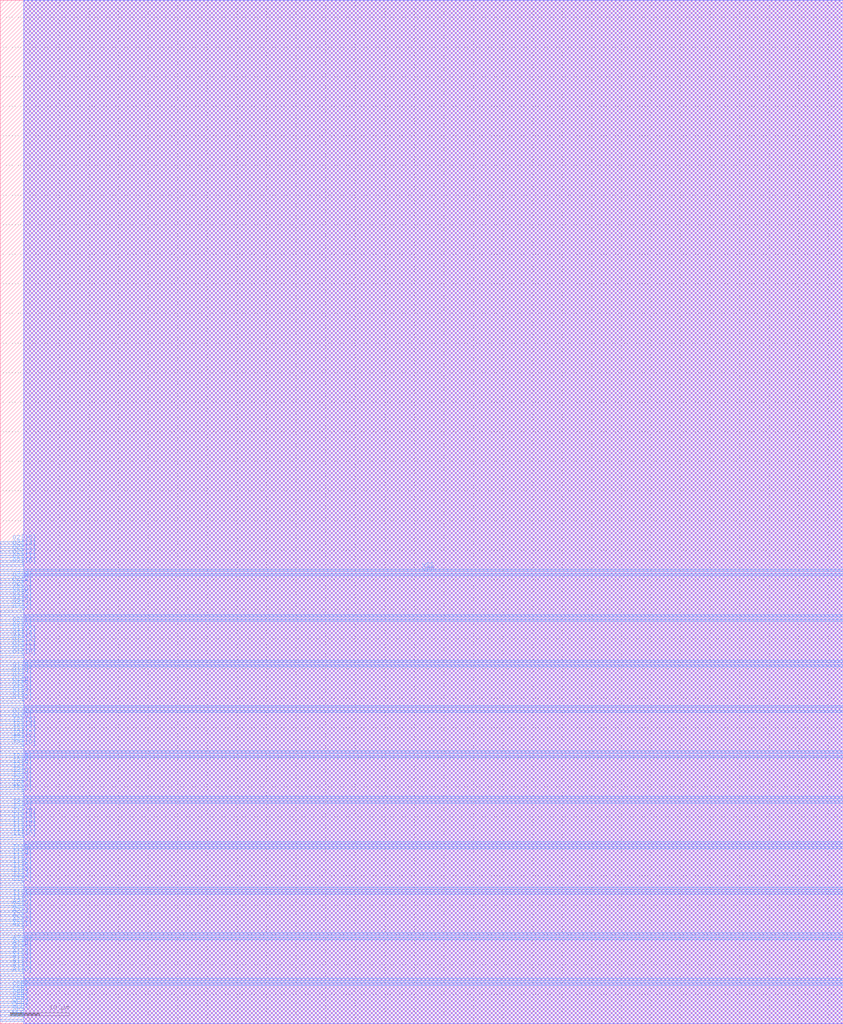
<source format=lef>
VERSION 5.6 ;
BUSBITCHARS "[]" ;
DIVIDERCHAR "/" ;

MACRO SRAM2RW128x16
  CLASS BLOCK ;
  ORIGIN 0 0 ;
  FOREIGN SRAM2RW128x16 0 0 ;
  SIZE 142.496 BY 172.928 ;
  SYMMETRY X Y ;
  SITE coreSite ;
  PIN VDD
    DIRECTION INOUT ;
    USE POWER ;
    PORT 
      LAYER M4 ;
        RECT 0.0 6.528 142.496 6.912 ;
        RECT 0.0 14.208 142.496 14.592 ;
        RECT 0.0 21.888 142.496 22.272 ;
        RECT 0.0 29.568 142.496 29.952 ;
        RECT 0.0 37.248 142.496 37.632 ;
        RECT 0.0 44.928 142.496 45.312 ;
        RECT 0.0 52.608 142.496 52.992 ;
        RECT 0.0 60.288 142.496 60.672 ;
        RECT 0.0 67.968 142.496 68.352 ;
        RECT 0.0 75.648 142.496 76.032 ;
    END 
  END VDD
  PIN VSS
    DIRECTION INOUT ;
    USE GROUND ;
    PORT 
      LAYER M4 ;
        RECT 0.0 7.296 142.496 7.68 ;
        RECT 0.0 14.976 142.496 15.36 ;
        RECT 0.0 22.656 142.496 23.04 ;
        RECT 0.0 30.336 142.496 30.72 ;
        RECT 0.0 38.016 142.496 38.4 ;
        RECT 0.0 45.696 142.496 46.08 ;
        RECT 0.0 53.376 142.496 53.76 ;
        RECT 0.0 61.056 142.496 61.44 ;
        RECT 0.0 68.736 142.496 69.12 ;
        RECT 0.0 76.416 142.496 76.8 ;
    END 
  END VSS
  PIN CE1
    DIRECTION INPUT ;
    USE SIGNAL ;
    PORT 
      LAYER M4 ;
        RECT 0.0 0.384 4.0 0.768 ;
    END 
  END CE1
  PIN CE2
    DIRECTION INPUT ;
    USE SIGNAL ;
    PORT 
      LAYER M4 ;
        RECT 0.0 1.152 4.0 1.536 ;
    END 
  END CE2
  PIN WEB1
    DIRECTION INPUT ;
    USE SIGNAL ;
    PORT 
      LAYER M4 ;
        RECT 0.0 1.92 4.0 2.304 ;
    END 
  END WEB1
  PIN WEB2
    DIRECTION INPUT ;
    USE SIGNAL ;
    PORT 
      LAYER M4 ;
        RECT 0.0 2.688 4.0 3.072 ;
    END 
  END WEB2
  PIN OEB1
    DIRECTION INPUT ;
    USE SIGNAL ;
    PORT 
      LAYER M4 ;
        RECT 0.0 3.456 4.0 3.84 ;
    END 
  END OEB1
  PIN OEB2
    DIRECTION INPUT ;
    USE SIGNAL ;
    PORT 
      LAYER M4 ;
        RECT 0.0 4.224 4.0 4.608 ;
    END 
  END OEB2
  PIN CSB1
    DIRECTION INPUT ;
    USE SIGNAL ;
    PORT 
      LAYER M4 ;
        RECT 0.0 4.992 4.0 5.376 ;
    END 
  END CSB1
  PIN CSB2
    DIRECTION INPUT ;
    USE SIGNAL ;
    PORT 
      LAYER M4 ;
        RECT 0.0 5.76 4.0 6.144 ;
    END 
  END CSB2
  PIN A1[0]
    DIRECTION INPUT ;
    USE SIGNAL ;
    PORT 
      LAYER M4 ;
        RECT 0.0 8.064 4.0 8.448 ;
    END 
  END A1[0]
  PIN A1[1]
    DIRECTION INPUT ;
    USE SIGNAL ;
    PORT 
      LAYER M4 ;
        RECT 0.0 8.832 4.0 9.216 ;
    END 
  END A1[1]
  PIN A1[2]
    DIRECTION INPUT ;
    USE SIGNAL ;
    PORT 
      LAYER M4 ;
        RECT 0.0 9.6 4.0 9.984 ;
    END 
  END A1[2]
  PIN A1[3]
    DIRECTION INPUT ;
    USE SIGNAL ;
    PORT 
      LAYER M4 ;
        RECT 0.0 10.368 4.0 10.752 ;
    END 
  END A1[3]
  PIN A1[4]
    DIRECTION INPUT ;
    USE SIGNAL ;
    PORT 
      LAYER M4 ;
        RECT 0.0 11.136 4.0 11.52 ;
    END 
  END A1[4]
  PIN A1[5]
    DIRECTION INPUT ;
    USE SIGNAL ;
    PORT 
      LAYER M4 ;
        RECT 0.0 11.904 4.0 12.288 ;
    END 
  END A1[5]
  PIN A1[6]
    DIRECTION INPUT ;
    USE SIGNAL ;
    PORT 
      LAYER M4 ;
        RECT 0.0 12.672 4.0 13.056 ;
    END 
  END A1[6]
  PIN A2[0]
    DIRECTION INPUT ;
    USE SIGNAL ;
    PORT 
      LAYER M4 ;
        RECT 0.0 13.44 4.0 13.824 ;
    END 
  END A2[0]
  PIN A2[1]
    DIRECTION INPUT ;
    USE SIGNAL ;
    PORT 
      LAYER M4 ;
        RECT 0.0 15.744 4.0 16.128 ;
    END 
  END A2[1]
  PIN A2[2]
    DIRECTION INPUT ;
    USE SIGNAL ;
    PORT 
      LAYER M4 ;
        RECT 0.0 16.512 4.0 16.896 ;
    END 
  END A2[2]
  PIN A2[3]
    DIRECTION INPUT ;
    USE SIGNAL ;
    PORT 
      LAYER M4 ;
        RECT 0.0 17.28 4.0 17.664 ;
    END 
  END A2[3]
  PIN A2[4]
    DIRECTION INPUT ;
    USE SIGNAL ;
    PORT 
      LAYER M4 ;
        RECT 0.0 18.048 4.0 18.432 ;
    END 
  END A2[4]
  PIN A2[5]
    DIRECTION INPUT ;
    USE SIGNAL ;
    PORT 
      LAYER M4 ;
        RECT 0.0 18.816 4.0 19.2 ;
    END 
  END A2[5]
  PIN A2[6]
    DIRECTION INPUT ;
    USE SIGNAL ;
    PORT 
      LAYER M4 ;
        RECT 0.0 19.584 4.0 19.968 ;
    END 
  END A2[6]
  PIN I1[0]
    DIRECTION INPUT ;
    USE SIGNAL ;
    PORT 
      LAYER M4 ;
        RECT 0.0 20.352 4.0 20.736 ;
    END 
  END I1[0]
  PIN I1[1]
    DIRECTION INPUT ;
    USE SIGNAL ;
    PORT 
      LAYER M4 ;
        RECT 0.0 21.12 4.0 21.504 ;
    END 
  END I1[1]
  PIN I1[2]
    DIRECTION INPUT ;
    USE SIGNAL ;
    PORT 
      LAYER M4 ;
        RECT 0.0 23.424 4.0 23.808 ;
    END 
  END I1[2]
  PIN I1[3]
    DIRECTION INPUT ;
    USE SIGNAL ;
    PORT 
      LAYER M4 ;
        RECT 0.0 24.192 4.0 24.576 ;
    END 
  END I1[3]
  PIN I1[4]
    DIRECTION INPUT ;
    USE SIGNAL ;
    PORT 
      LAYER M4 ;
        RECT 0.0 24.96 4.0 25.344 ;
    END 
  END I1[4]
  PIN I1[5]
    DIRECTION INPUT ;
    USE SIGNAL ;
    PORT 
      LAYER M4 ;
        RECT 0.0 25.728 4.0 26.112 ;
    END 
  END I1[5]
  PIN I1[6]
    DIRECTION INPUT ;
    USE SIGNAL ;
    PORT 
      LAYER M4 ;
        RECT 0.0 26.496 4.0 26.88 ;
    END 
  END I1[6]
  PIN I1[7]
    DIRECTION INPUT ;
    USE SIGNAL ;
    PORT 
      LAYER M4 ;
        RECT 0.0 27.264 4.0 27.648 ;
    END 
  END I1[7]
  PIN I1[8]
    DIRECTION INPUT ;
    USE SIGNAL ;
    PORT 
      LAYER M4 ;
        RECT 0.0 28.032 4.0 28.416 ;
    END 
  END I1[8]
  PIN I1[9]
    DIRECTION INPUT ;
    USE SIGNAL ;
    PORT 
      LAYER M4 ;
        RECT 0.0 28.8 4.0 29.184 ;
    END 
  END I1[9]
  PIN I1[10]
    DIRECTION INPUT ;
    USE SIGNAL ;
    PORT 
      LAYER M4 ;
        RECT 0.0 31.104 4.0 31.488 ;
    END 
  END I1[10]
  PIN I1[11]
    DIRECTION INPUT ;
    USE SIGNAL ;
    PORT 
      LAYER M4 ;
        RECT 0.0 31.872 4.0 32.256 ;
    END 
  END I1[11]
  PIN I1[12]
    DIRECTION INPUT ;
    USE SIGNAL ;
    PORT 
      LAYER M4 ;
        RECT 0.0 32.64 4.0 33.024 ;
    END 
  END I1[12]
  PIN I1[13]
    DIRECTION INPUT ;
    USE SIGNAL ;
    PORT 
      LAYER M4 ;
        RECT 0.0 33.408 4.0 33.792 ;
    END 
  END I1[13]
  PIN I1[14]
    DIRECTION INPUT ;
    USE SIGNAL ;
    PORT 
      LAYER M4 ;
        RECT 0.0 34.176 4.0 34.56 ;
    END 
  END I1[14]
  PIN I1[15]
    DIRECTION INPUT ;
    USE SIGNAL ;
    PORT 
      LAYER M4 ;
        RECT 0.0 34.944 4.0 35.328 ;
    END 
  END I1[15]
  PIN I2[0]
    DIRECTION INPUT ;
    USE SIGNAL ;
    PORT 
      LAYER M4 ;
        RECT 0.0 35.712 4.0 36.096 ;
    END 
  END I2[0]
  PIN I2[1]
    DIRECTION INPUT ;
    USE SIGNAL ;
    PORT 
      LAYER M4 ;
        RECT 0.0 36.48 4.0 36.864 ;
    END 
  END I2[1]
  PIN I2[2]
    DIRECTION INPUT ;
    USE SIGNAL ;
    PORT 
      LAYER M4 ;
        RECT 0.0 38.784 4.0 39.168 ;
    END 
  END I2[2]
  PIN I2[3]
    DIRECTION INPUT ;
    USE SIGNAL ;
    PORT 
      LAYER M4 ;
        RECT 0.0 39.552 4.0 39.936 ;
    END 
  END I2[3]
  PIN I2[4]
    DIRECTION INPUT ;
    USE SIGNAL ;
    PORT 
      LAYER M4 ;
        RECT 0.0 40.32 4.0 40.704 ;
    END 
  END I2[4]
  PIN I2[5]
    DIRECTION INPUT ;
    USE SIGNAL ;
    PORT 
      LAYER M4 ;
        RECT 0.0 41.088 4.0 41.472 ;
    END 
  END I2[5]
  PIN I2[6]
    DIRECTION INPUT ;
    USE SIGNAL ;
    PORT 
      LAYER M4 ;
        RECT 0.0 41.856 4.0 42.24 ;
    END 
  END I2[6]
  PIN I2[7]
    DIRECTION INPUT ;
    USE SIGNAL ;
    PORT 
      LAYER M4 ;
        RECT 0.0 42.624 4.0 43.008 ;
    END 
  END I2[7]
  PIN I2[8]
    DIRECTION INPUT ;
    USE SIGNAL ;
    PORT 
      LAYER M4 ;
        RECT 0.0 43.392 4.0 43.776 ;
    END 
  END I2[8]
  PIN I2[9]
    DIRECTION INPUT ;
    USE SIGNAL ;
    PORT 
      LAYER M4 ;
        RECT 0.0 44.16 4.0 44.544 ;
    END 
  END I2[9]
  PIN I2[10]
    DIRECTION INPUT ;
    USE SIGNAL ;
    PORT 
      LAYER M4 ;
        RECT 0.0 46.464 4.0 46.848 ;
    END 
  END I2[10]
  PIN I2[11]
    DIRECTION INPUT ;
    USE SIGNAL ;
    PORT 
      LAYER M4 ;
        RECT 0.0 47.232 4.0 47.616 ;
    END 
  END I2[11]
  PIN I2[12]
    DIRECTION INPUT ;
    USE SIGNAL ;
    PORT 
      LAYER M4 ;
        RECT 0.0 48.0 4.0 48.384 ;
    END 
  END I2[12]
  PIN I2[13]
    DIRECTION INPUT ;
    USE SIGNAL ;
    PORT 
      LAYER M4 ;
        RECT 0.0 48.768 4.0 49.152 ;
    END 
  END I2[13]
  PIN I2[14]
    DIRECTION INPUT ;
    USE SIGNAL ;
    PORT 
      LAYER M4 ;
        RECT 0.0 49.536 4.0 49.92 ;
    END 
  END I2[14]
  PIN I2[15]
    DIRECTION INPUT ;
    USE SIGNAL ;
    PORT 
      LAYER M4 ;
        RECT 0.0 50.304 4.0 50.688 ;
    END 
  END I2[15]
  PIN O1[0]
    DIRECTION OUTPUT ;
    USE SIGNAL ;
    PORT 
      LAYER M4 ;
        RECT 0.0 51.072 4.0 51.456 ;
    END 
  END O1[0]
  PIN O1[1]
    DIRECTION OUTPUT ;
    USE SIGNAL ;
    PORT 
      LAYER M4 ;
        RECT 0.0 51.84 4.0 52.224 ;
    END 
  END O1[1]
  PIN O1[2]
    DIRECTION OUTPUT ;
    USE SIGNAL ;
    PORT 
      LAYER M4 ;
        RECT 0.0 54.144 4.0 54.528 ;
    END 
  END O1[2]
  PIN O1[3]
    DIRECTION OUTPUT ;
    USE SIGNAL ;
    PORT 
      LAYER M4 ;
        RECT 0.0 54.912 4.0 55.296 ;
    END 
  END O1[3]
  PIN O1[4]
    DIRECTION OUTPUT ;
    USE SIGNAL ;
    PORT 
      LAYER M4 ;
        RECT 0.0 55.68 4.0 56.064 ;
    END 
  END O1[4]
  PIN O1[5]
    DIRECTION OUTPUT ;
    USE SIGNAL ;
    PORT 
      LAYER M4 ;
        RECT 0.0 56.448 4.0 56.832 ;
    END 
  END O1[5]
  PIN O1[6]
    DIRECTION OUTPUT ;
    USE SIGNAL ;
    PORT 
      LAYER M4 ;
        RECT 0.0 57.216 4.0 57.6 ;
    END 
  END O1[6]
  PIN O1[7]
    DIRECTION OUTPUT ;
    USE SIGNAL ;
    PORT 
      LAYER M4 ;
        RECT 0.0 57.984 4.0 58.368 ;
    END 
  END O1[7]
  PIN O1[8]
    DIRECTION OUTPUT ;
    USE SIGNAL ;
    PORT 
      LAYER M4 ;
        RECT 0.0 58.752 4.0 59.136 ;
    END 
  END O1[8]
  PIN O1[9]
    DIRECTION OUTPUT ;
    USE SIGNAL ;
    PORT 
      LAYER M4 ;
        RECT 0.0 59.52 4.0 59.904 ;
    END 
  END O1[9]
  PIN O1[10]
    DIRECTION OUTPUT ;
    USE SIGNAL ;
    PORT 
      LAYER M4 ;
        RECT 0.0 61.824 4.0 62.208 ;
    END 
  END O1[10]
  PIN O1[11]
    DIRECTION OUTPUT ;
    USE SIGNAL ;
    PORT 
      LAYER M4 ;
        RECT 0.0 62.592 4.0 62.976 ;
    END 
  END O1[11]
  PIN O1[12]
    DIRECTION OUTPUT ;
    USE SIGNAL ;
    PORT 
      LAYER M4 ;
        RECT 0.0 63.36 4.0 63.744 ;
    END 
  END O1[12]
  PIN O1[13]
    DIRECTION OUTPUT ;
    USE SIGNAL ;
    PORT 
      LAYER M4 ;
        RECT 0.0 64.128 4.0 64.512 ;
    END 
  END O1[13]
  PIN O1[14]
    DIRECTION OUTPUT ;
    USE SIGNAL ;
    PORT 
      LAYER M4 ;
        RECT 0.0 64.896 4.0 65.28 ;
    END 
  END O1[14]
  PIN O1[15]
    DIRECTION OUTPUT ;
    USE SIGNAL ;
    PORT 
      LAYER M4 ;
        RECT 0.0 65.664 4.0 66.048 ;
    END 
  END O1[15]
  PIN O2[0]
    DIRECTION OUTPUT ;
    USE SIGNAL ;
    PORT 
      LAYER M4 ;
        RECT 0.0 66.432 4.0 66.816 ;
    END 
  END O2[0]
  PIN O2[1]
    DIRECTION OUTPUT ;
    USE SIGNAL ;
    PORT 
      LAYER M4 ;
        RECT 0.0 67.2 4.0 67.584 ;
    END 
  END O2[1]
  PIN O2[2]
    DIRECTION OUTPUT ;
    USE SIGNAL ;
    PORT 
      LAYER M4 ;
        RECT 0.0 69.504 4.0 69.888 ;
    END 
  END O2[2]
  PIN O2[3]
    DIRECTION OUTPUT ;
    USE SIGNAL ;
    PORT 
      LAYER M4 ;
        RECT 0.0 70.272 4.0 70.656 ;
    END 
  END O2[3]
  PIN O2[4]
    DIRECTION OUTPUT ;
    USE SIGNAL ;
    PORT 
      LAYER M4 ;
        RECT 0.0 71.04 4.0 71.424 ;
    END 
  END O2[4]
  PIN O2[5]
    DIRECTION OUTPUT ;
    USE SIGNAL ;
    PORT 
      LAYER M4 ;
        RECT 0.0 71.808 4.0 72.192 ;
    END 
  END O2[5]
  PIN O2[6]
    DIRECTION OUTPUT ;
    USE SIGNAL ;
    PORT 
      LAYER M4 ;
        RECT 0.0 72.576 4.0 72.96 ;
    END 
  END O2[6]
  PIN O2[7]
    DIRECTION OUTPUT ;
    USE SIGNAL ;
    PORT 
      LAYER M4 ;
        RECT 0.0 73.344 4.0 73.728 ;
    END 
  END O2[7]
  PIN O2[8]
    DIRECTION OUTPUT ;
    USE SIGNAL ;
    PORT 
      LAYER M4 ;
        RECT 0.0 74.112 4.0 74.496 ;
    END 
  END O2[8]
  PIN O2[9]
    DIRECTION OUTPUT ;
    USE SIGNAL ;
    PORT 
      LAYER M4 ;
        RECT 0.0 74.88 4.0 75.264 ;
    END 
  END O2[9]
  PIN O2[10]
    DIRECTION OUTPUT ;
    USE SIGNAL ;
    PORT 
      LAYER M4 ;
        RECT 0.0 77.184 4.0 77.568 ;
    END 
  END O2[10]
  PIN O2[11]
    DIRECTION OUTPUT ;
    USE SIGNAL ;
    PORT 
      LAYER M4 ;
        RECT 0.0 77.952 4.0 78.336 ;
    END 
  END O2[11]
  PIN O2[12]
    DIRECTION OUTPUT ;
    USE SIGNAL ;
    PORT 
      LAYER M4 ;
        RECT 0.0 78.72 4.0 79.104 ;
    END 
  END O2[12]
  PIN O2[13]
    DIRECTION OUTPUT ;
    USE SIGNAL ;
    PORT 
      LAYER M4 ;
        RECT 0.0 79.488 4.0 79.872 ;
    END 
  END O2[13]
  PIN O2[14]
    DIRECTION OUTPUT ;
    USE SIGNAL ;
    PORT 
      LAYER M4 ;
        RECT 0.0 80.256 4.0 80.64 ;
    END 
  END O2[14]
  PIN O2[15]
    DIRECTION OUTPUT ;
    USE SIGNAL ;
    PORT 
      LAYER M4 ;
        RECT 0.0 81.024 4.0 81.408 ;
    END 
  END O2[15]
  OBS 
    LAYER M1 ;
      RECT 4.0 0.0 142.496 172.928 ;
    LAYER M2 ;
      RECT 4.0 0.0 142.496 172.928 ;
    LAYER M3 ;
      RECT 4.0 0.0 142.496 172.928 ;
  END 
END SRAM2RW128x16

END LIBRARY
</source>
